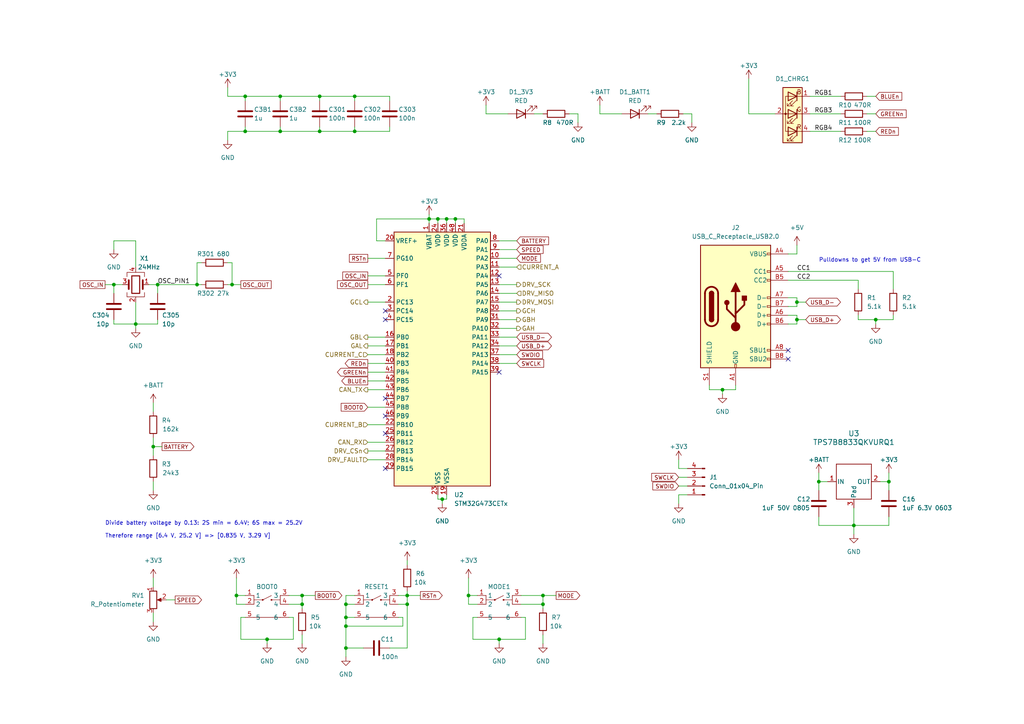
<source format=kicad_sch>
(kicad_sch (version 20230121) (generator eeschema)
  (paper "A4")
  (lib_symbols
    (symbol "Connector:Conn_01x04_Pin" (pin_names (offset 1.016) hide)
      (property "Reference" "J" (at 0 5.08 0))
      (property "Value" "Conn_01x04_Pin" (at 0 -7.62 0))
      (symbol "Conn_01x04_Pin_1_1"
        (polyline (pts (xy 1.27 -5.08) (xy 0.8636 -5.08)) (stroke (width 0.1524)))
        (polyline (pts (xy 1.27 -2.54) (xy 0.8636 -2.54)) (stroke (width 0.1524)))
        (polyline (pts (xy 1.27 0) (xy 0.8636 0)) (stroke (width 0.1524)))
        (polyline (pts (xy 1.27 2.54) (xy 0.8636 2.54)) (stroke (width 0.1524)))
        (rectangle (start 0.8636 -4.953) (end 0 -5.207) (stroke (width 0.1524)) (fill (type outline)))
        (rectangle (start 0.8636 -2.413) (end 0 -2.667) (stroke (width 0.1524)) (fill (type outline)))
        (rectangle (start 0.8636 0.127) (end 0 -0.127) (stroke (width 0.1524)) (fill (type outline)))
        (rectangle (start 0.8636 2.667) (end 0 2.413) (stroke (width 0.1524)) (fill (type outline)))
        (pin passive line (at 5.08 2.54 180) (length 3.81) (name "Pin_1") (number "1"))
        (pin passive line (at 5.08 0 180) (length 3.81) (name "Pin_2") (number "2"))
        (pin passive line (at 5.08 -2.54 180) (length 3.81) (name "Pin_3") (number "3"))
        (pin passive line (at 5.08 -5.08 180) (length 3.81) (name "Pin_4") (number "4"))
      )
    )
    (symbol "Connector:USB_C_Receptacle_USB2.0" (pin_names (offset 1.016))
      (property "Reference" "J" (at -10.16 19.05 0))
      (property "Value" "USB_C_Receptacle_USB2.0" (at 19.05 19.05 0))
      (symbol "USB_C_Receptacle_USB2.0_0_0"
        (rectangle (start -0.254 -17.78) (end 0.254 -16.764))
        (rectangle (start 10.16 -14.986) (end 9.144 -15.494))
        (rectangle (start 10.16 -12.446) (end 9.144 -12.954))
        (rectangle (start 10.16 -4.826) (end 9.144 -5.334))
        (rectangle (start 10.16 -2.286) (end 9.144 -2.794))
        (rectangle (start 10.16 0.254) (end 9.144 -0.254))
        (rectangle (start 10.16 2.794) (end 9.144 2.286))
        (rectangle (start 10.16 7.874) (end 9.144 7.366))
        (rectangle (start 10.16 10.414) (end 9.144 9.906))
        (rectangle (start 10.16 15.494) (end 9.144 14.986))
      )
      (symbol "USB_C_Receptacle_USB2.0_0_1"
        (rectangle (start -10.16 17.78) (end 10.16 -17.78) (stroke (width 0.254)) (fill (type background)))
        (arc (start -8.89 -3.81) (mid -6.985 -5.7067) (end -5.08 -3.81) (stroke (width 0.508)))
        (arc (start -7.62 -3.81) (mid -6.985 -4.4423) (end -6.35 -3.81) (stroke (width 0.254)))
        (arc (start -7.62 -3.81) (mid -6.985 -4.4423) (end -6.35 -3.81) (stroke (width 0.254)) (fill (type outline)))
        (rectangle (start -7.62 -3.81) (end -6.35 3.81) (stroke (width 0.254)) (fill (type outline)))
        (arc (start -6.35 3.81) (mid -6.985 4.4423) (end -7.62 3.81) (stroke (width 0.254)))
        (arc (start -6.35 3.81) (mid -6.985 4.4423) (end -7.62 3.81) (stroke (width 0.254)) (fill (type outline)))
        (arc (start -5.08 3.81) (mid -6.985 5.7067) (end -8.89 3.81) (stroke (width 0.508)))
        (circle (center -2.54 1.143) (radius 0.635) (stroke (width 0.254)) (fill (type outline)))
        (circle (center 0 -5.842) (radius 1.27) (fill (type outline)))
        (polyline (pts (xy -8.89 -3.81) (xy -8.89 3.81)) (stroke (width 0.508)))
        (polyline (pts (xy -5.08 3.81) (xy -5.08 -3.81)) (stroke (width 0.508)))
        (polyline (pts (xy 0 -5.842) (xy 0 4.318)) (stroke (width 0.508)))
        (polyline (pts (xy 0 -3.302) (xy -2.54 -0.762) (xy -2.54 0.508)) (stroke (width 0.508)))
        (polyline (pts (xy 0 -2.032) (xy 2.54 0.508) (xy 2.54 1.778)) (stroke (width 0.508)))
        (polyline (pts (xy -1.27 4.318) (xy 0 6.858) (xy 1.27 4.318) (xy -1.27 4.318)) (stroke (width 0.254)) (fill (type outline)))
        (rectangle (start 1.905 1.778) (end 3.175 3.048) (stroke (width 0.254)) (fill (type outline)))
      )
      (symbol "USB_C_Receptacle_USB2.0_1_1"
        (pin passive line (at 0 -22.86 90) (length 5.08) (name "GND") (number "A1"))
        (pin passive line (at 0 -22.86 90) (length 5.08) hide (name "GND") (number "A12"))
        (pin passive line (at 15.24 15.24 180) (length 5.08) (name "VBUS") (number "A4"))
        (pin bidirectional line (at 15.24 10.16 180) (length 5.08) (name "CC1") (number "A5"))
        (pin bidirectional line (at 15.24 -2.54 180) (length 5.08) (name "D+") (number "A6"))
        (pin bidirectional line (at 15.24 2.54 180) (length 5.08) (name "D-") (number "A7"))
        (pin bidirectional line (at 15.24 -12.7 180) (length 5.08) (name "SBU1") (number "A8"))
        (pin passive line (at 15.24 15.24 180) (length 5.08) hide (name "VBUS") (number "A9"))
        (pin passive line (at 0 -22.86 90) (length 5.08) hide (name "GND") (number "B1"))
        (pin passive line (at 0 -22.86 90) (length 5.08) hide (name "GND") (number "B12"))
        (pin passive line (at 15.24 15.24 180) (length 5.08) hide (name "VBUS") (number "B4"))
        (pin bidirectional line (at 15.24 7.62 180) (length 5.08) (name "CC2") (number "B5"))
        (pin bidirectional line (at 15.24 -5.08 180) (length 5.08) (name "D+") (number "B6"))
        (pin bidirectional line (at 15.24 0 180) (length 5.08) (name "D-") (number "B7"))
        (pin bidirectional line (at 15.24 -15.24 180) (length 5.08) (name "SBU2") (number "B8"))
        (pin passive line (at 15.24 15.24 180) (length 5.08) hide (name "VBUS") (number "B9"))
        (pin passive line (at -7.62 -22.86 90) (length 5.08) (name "SHIELD") (number "S1"))
      )
    )
    (symbol "Device:C" (pin_numbers hide) (pin_names (offset 0.254))
      (property "Reference" "C" (at 0.635 2.54 0))
      (property "Value" "C" (at 0.635 -2.54 0))
      (symbol "C_0_1"
        (polyline (pts (xy -2.032 -0.762) (xy 2.032 -0.762)) (stroke (width 0.508)))
        (polyline (pts (xy -2.032 0.762) (xy 2.032 0.762)) (stroke (width 0.508)))
      )
      (symbol "C_1_1"
        (pin passive line (at 0 3.81 270) (length 2.794) (name "~") (number "1"))
        (pin passive line (at 0 -3.81 90) (length 2.794) (name "~") (number "2"))
      )
    )
    (symbol "Device:Crystal_GND24" (pin_names (offset 1.016) hide)
      (property "Reference" "Y" (at 3.175 5.08 0))
      (property "Value" "Crystal_GND24" (at 3.175 3.175 0))
      (symbol "Crystal_GND24_0_1"
        (rectangle (start -1.143 2.54) (end 1.143 -2.54) (stroke (width 0.3048)))
        (polyline (pts (xy -2.54 0) (xy -2.032 0)))
        (polyline (pts (xy -2.032 -1.27) (xy -2.032 1.27)) (stroke (width 0.508)))
        (polyline (pts (xy 0 -3.81) (xy 0 -3.556)))
        (polyline (pts (xy 0 3.556) (xy 0 3.81)))
        (polyline (pts (xy 2.032 -1.27) (xy 2.032 1.27)) (stroke (width 0.508)))
        (polyline (pts (xy 2.032 0) (xy 2.54 0)))
        (polyline (pts (xy -2.54 -2.286) (xy -2.54 -3.556) (xy 2.54 -3.556) (xy 2.54 -2.286)))
        (polyline (pts (xy -2.54 2.286) (xy -2.54 3.556) (xy 2.54 3.556) (xy 2.54 2.286)))
      )
      (symbol "Crystal_GND24_1_1"
        (pin passive line (at -3.81 0 0) (length 1.27) (name "1") (number "1"))
        (pin passive line (at 0 5.08 270) (length 1.27) (name "2") (number "2"))
        (pin passive line (at 3.81 0 180) (length 1.27) (name "3") (number "3"))
        (pin passive line (at 0 -5.08 90) (length 1.27) (name "4") (number "4"))
      )
    )
    (symbol "Device:LED" (pin_numbers hide) (pin_names (offset 1.016) hide)
      (property "Reference" "D" (at 0 2.54 0))
      (property "Value" "LED" (at 0 -2.54 0))
      (symbol "LED_0_1"
        (polyline (pts (xy -1.27 -1.27) (xy -1.27 1.27)) (stroke (width 0.254)))
        (polyline (pts (xy -1.27 0) (xy 1.27 0)))
        (polyline (pts (xy 1.27 -1.27) (xy 1.27 1.27) (xy -1.27 0) (xy 1.27 -1.27)) (stroke (width 0.254)))
        (polyline (pts (xy -3.048 -0.762) (xy -4.572 -2.286) (xy -3.81 -2.286) (xy -4.572 -2.286) (xy -4.572 -1.524)))
        (polyline (pts (xy -1.778 -0.762) (xy -3.302 -2.286) (xy -2.54 -2.286) (xy -3.302 -2.286) (xy -3.302 -1.524)))
      )
      (symbol "LED_1_1"
        (pin passive line (at -3.81 0 0) (length 2.54) (name "K") (number "1"))
        (pin passive line (at 3.81 0 180) (length 2.54) (name "A") (number "2"))
      )
    )
    (symbol "Device:LED_BAGR" (pin_names (offset 0) hide)
      (property "Reference" "D" (at 0 9.398 0))
      (property "Value" "LED_BAGR" (at 0 -8.89 0))
      (symbol "LED_BAGR_0_0"
        (text "B" (at -1.905 -6.35 0) (effects (font (size 1.27 1.27))))
        (text "G" (at -1.905 -1.27 0) (effects (font (size 1.27 1.27))))
        (text "R" (at -1.905 3.81 0) (effects (font (size 1.27 1.27))))
      )
      (symbol "LED_BAGR_0_1"
        (polyline (pts (xy -1.27 -5.08) (xy -2.54 -5.08)))
        (polyline (pts (xy -1.27 -5.08) (xy 1.27 -5.08)))
        (polyline (pts (xy -1.27 -3.81) (xy -1.27 -6.35)) (stroke (width 0.254)))
        (polyline (pts (xy -1.27 0) (xy -2.54 0)))
        (polyline (pts (xy -1.27 1.27) (xy -1.27 -1.27)) (stroke (width 0.254)))
        (polyline (pts (xy -1.27 5.08) (xy -2.54 5.08)))
        (polyline (pts (xy -1.27 5.08) (xy 1.27 5.08)))
        (polyline (pts (xy -1.27 6.35) (xy -1.27 3.81)) (stroke (width 0.254)))
        (polyline (pts (xy 1.27 0) (xy -1.27 0)))
        (polyline (pts (xy 1.27 0) (xy 2.54 0)))
        (polyline (pts (xy -1.27 1.27) (xy -1.27 -1.27) (xy -1.27 -1.27)))
        (polyline (pts (xy -1.27 6.35) (xy -1.27 3.81) (xy -1.27 3.81)))
        (polyline (pts (xy 1.27 -5.08) (xy 2.032 -5.08) (xy 2.032 5.08) (xy 1.27 5.08)))
        (polyline (pts (xy 1.27 -3.81) (xy 1.27 -6.35) (xy -1.27 -5.08) (xy 1.27 -3.81)) (stroke (width 0.254)))
        (polyline (pts (xy 1.27 1.27) (xy 1.27 -1.27) (xy -1.27 0) (xy 1.27 1.27)) (stroke (width 0.254)))
        (polyline (pts (xy 1.27 6.35) (xy 1.27 3.81) (xy -1.27 5.08) (xy 1.27 6.35)) (stroke (width 0.254)))
        (polyline (pts (xy -1.016 -3.81) (xy 0.508 -2.286) (xy -0.254 -2.286) (xy 0.508 -2.286) (xy 0.508 -3.048)))
        (polyline (pts (xy -1.016 1.27) (xy 0.508 2.794) (xy -0.254 2.794) (xy 0.508 2.794) (xy 0.508 2.032)))
        (polyline (pts (xy -1.016 6.35) (xy 0.508 7.874) (xy -0.254 7.874) (xy 0.508 7.874) (xy 0.508 7.112)))
        (polyline (pts (xy 0 -3.81) (xy 1.524 -2.286) (xy 0.762 -2.286) (xy 1.524 -2.286) (xy 1.524 -3.048)))
        (polyline (pts (xy 0 1.27) (xy 1.524 2.794) (xy 0.762 2.794) (xy 1.524 2.794) (xy 1.524 2.032)))
        (polyline (pts (xy 0 6.35) (xy 1.524 7.874) (xy 0.762 7.874) (xy 1.524 7.874) (xy 1.524 7.112)))
        (rectangle (start 1.27 -1.27) (end 1.27 1.27))
        (rectangle (start 1.27 1.27) (end 1.27 1.27))
        (rectangle (start 1.27 3.81) (end 1.27 6.35))
        (rectangle (start 1.27 6.35) (end 1.27 6.35))
        (circle (center 2.032 0) (radius 0.254) (fill (type outline)))
        (rectangle (start 2.794 8.382) (end -2.794 -7.62) (stroke (width 0.254)) (fill (type background)))
      )
      (symbol "LED_BAGR_1_1"
        (pin passive line (at -5.08 -5.08 0) (length 2.54) (name "BK") (number "1"))
        (pin passive line (at 5.08 0 180) (length 2.54) (name "A") (number "2"))
        (pin passive line (at -5.08 0 0) (length 2.54) (name "GK") (number "3"))
        (pin passive line (at -5.08 5.08 0) (length 2.54) (name "RK") (number "4"))
      )
    )
    (symbol "Device:R" (pin_numbers hide) (pin_names (offset 0))
      (property "Reference" "R" (at 2.032 0 90))
      (property "Value" "R" (at 0 0 90))
      (symbol "R_0_1"
        (rectangle (start -1.016 -2.54) (end 1.016 2.54) (stroke (width 0.254)))
      )
      (symbol "R_1_1"
        (pin passive line (at 0 3.81 270) (length 1.27) (name "~") (number "1"))
        (pin passive line (at 0 -3.81 90) (length 1.27) (name "~") (number "2"))
      )
    )
    (symbol "Device:R_Potentiometer" (pin_names (offset 1.016) hide)
      (property "Reference" "RV" (at -4.445 0 90))
      (property "Value" "R_Potentiometer" (at -2.54 0 90))
      (symbol "R_Potentiometer_0_1"
        (polyline (pts (xy 2.54 0) (xy 1.524 0)))
        (polyline (pts (xy 1.143 0) (xy 2.286 0.508) (xy 2.286 -0.508) (xy 1.143 0)) (fill (type outline)))
        (rectangle (start 1.016 2.54) (end -1.016 -2.54) (stroke (width 0.254)))
      )
      (symbol "R_Potentiometer_1_1"
        (pin passive line (at 0 3.81 270) (length 1.27) (name "1") (number "1"))
        (pin passive line (at 3.81 0 180) (length 1.27) (name "2") (number "2"))
        (pin passive line (at 0 -3.81 90) (length 1.27) (name "3") (number "3"))
      )
    )
    (symbol "MCU_ST_STM32G4:STM32G473CETx"
      (property "Reference" "U" (at -12.7 39.37 0))
      (property "Value" "STM32G473CETx" (at 10.16 39.37 0))
      (symbol "STM32G473CETx_0_1"
        (rectangle (start -12.7 -35.56) (end 15.24 38.1) (stroke (width 0.254)) (fill (type background)))
      )
      (symbol "STM32G473CETx_1_1"
        (pin power_in line (at -2.54 40.64 270) (length 2.54) (name "VBAT") (number "1"))
        (pin bidirectional line (at 17.78 30.48 180) (length 2.54) (name "PA2") (number "10"))
        (pin bidirectional line (at 17.78 27.94 180) (length 2.54) (name "PA3") (number "11"))
        (pin bidirectional line (at 17.78 25.4 180) (length 2.54) (name "PA4") (number "12"))
        (pin bidirectional line (at 17.78 22.86 180) (length 2.54) (name "PA5") (number "13"))
        (pin bidirectional line (at 17.78 20.32 180) (length 2.54) (name "PA6") (number "14"))
        (pin bidirectional line (at 17.78 17.78 180) (length 2.54) (name "PA7") (number "15"))
        (pin bidirectional line (at -15.24 7.62 0) (length 2.54) (name "PB0") (number "16"))
        (pin bidirectional line (at -15.24 5.08 0) (length 2.54) (name "PB1") (number "17"))
        (pin bidirectional line (at -15.24 2.54 0) (length 2.54) (name "PB2") (number "18"))
        (pin power_in line (at 2.54 -38.1 90) (length 2.54) (name "VSSA") (number "19"))
        (pin bidirectional line (at -15.24 17.78 0) (length 2.54) (name "PC13") (number "2"))
        (pin input line (at -15.24 35.56 0) (length 2.54) (name "VREF+") (number "20"))
        (pin power_in line (at 7.62 40.64 270) (length 2.54) (name "VDDA") (number "21"))
        (pin bidirectional line (at -15.24 -17.78 0) (length 2.54) (name "PB10") (number "22"))
        (pin power_in line (at 0 -38.1 90) (length 2.54) (name "VSS") (number "23"))
        (pin power_in line (at 0 40.64 270) (length 2.54) (name "VDD") (number "24"))
        (pin bidirectional line (at -15.24 -20.32 0) (length 2.54) (name "PB11") (number "25"))
        (pin bidirectional line (at -15.24 -22.86 0) (length 2.54) (name "PB12") (number "26"))
        (pin bidirectional line (at -15.24 -25.4 0) (length 2.54) (name "PB13") (number "27"))
        (pin bidirectional line (at -15.24 -27.94 0) (length 2.54) (name "PB14") (number "28"))
        (pin bidirectional line (at -15.24 -30.48 0) (length 2.54) (name "PB15") (number "29"))
        (pin bidirectional line (at -15.24 15.24 0) (length 2.54) (name "PC14") (number "3"))
        (pin bidirectional line (at 17.78 15.24 180) (length 2.54) (name "PA8") (number "30"))
        (pin bidirectional line (at 17.78 12.7 180) (length 2.54) (name "PA9") (number "31"))
        (pin bidirectional line (at 17.78 10.16 180) (length 2.54) (name "PA10") (number "32"))
        (pin bidirectional line (at 17.78 7.62 180) (length 2.54) (name "PA11") (number "33"))
        (pin bidirectional line (at 17.78 5.08 180) (length 2.54) (name "PA12") (number "34"))
        (pin passive line (at 0 -38.1 90) (length 2.54) hide (name "VSS") (number "35"))
        (pin power_in line (at 2.54 40.64 270) (length 2.54) (name "VDD") (number "36"))
        (pin bidirectional line (at 17.78 2.54 180) (length 2.54) (name "PA13") (number "37"))
        (pin bidirectional line (at 17.78 0 180) (length 2.54) (name "PA14") (number "38"))
        (pin bidirectional line (at 17.78 -2.54 180) (length 2.54) (name "PA15") (number "39"))
        (pin bidirectional line (at -15.24 12.7 0) (length 2.54) (name "PC15") (number "4"))
        (pin bidirectional line (at -15.24 0 0) (length 2.54) (name "PB3") (number "40"))
        (pin bidirectional line (at -15.24 -2.54 0) (length 2.54) (name "PB4") (number "41"))
        (pin bidirectional line (at -15.24 -5.08 0) (length 2.54) (name "PB5") (number "42"))
        (pin bidirectional line (at -15.24 -7.62 0) (length 2.54) (name "PB6") (number "43"))
        (pin bidirectional line (at -15.24 -10.16 0) (length 2.54) (name "PB7") (number "44"))
        (pin bidirectional line (at -15.24 -12.7 0) (length 2.54) (name "PB8") (number "45"))
        (pin bidirectional line (at -15.24 -15.24 0) (length 2.54) (name "PB9") (number "46"))
        (pin passive line (at 0 -38.1 90) (length 2.54) hide (name "VSS") (number "47"))
        (pin power_in line (at 5.08 40.64 270) (length 2.54) (name "VDD") (number "48"))
        (pin bidirectional line (at -15.24 25.4 0) (length 2.54) (name "PF0") (number "5"))
        (pin bidirectional line (at -15.24 22.86 0) (length 2.54) (name "PF1") (number "6"))
        (pin bidirectional line (at -15.24 30.48 0) (length 2.54) (name "PG10") (number "7"))
        (pin bidirectional line (at 17.78 35.56 180) (length 2.54) (name "PA0") (number "8"))
        (pin bidirectional line (at 17.78 33.02 180) (length 2.54) (name "PA1") (number "9"))
      )
    )
    (symbol "SWITCH:435151014824"
      (property "Reference" "SW" (at 0 0 0))
      (symbol "435151014824_0_1"
        (circle (center -1.27 -5.08) (radius 0.127) (stroke (width 0.254)))
        (polyline (pts (xy -3.81 -5.08) (xy -1.27 -5.08)) (stroke (width 0.127)))
        (polyline (pts (xy -1.27 -5.08) (xy 1.27 -3.81)) (stroke (width 0.127)))
        (polyline (pts (xy 1.27 -5.08) (xy 3.81 -5.08)) (stroke (width 0.127)))
        (polyline (pts (xy 3.81 -10.16) (xy -3.81 -10.16)))
        (circle (center 1.27 -5.08) (radius 0.127) (stroke (width 0.254)))
      )
      (symbol "435151014824_1_1"
        (polyline (pts (xy -3.81 -3.81) (xy -3.81 -6.35)))
        (polyline (pts (xy 3.81 -6.35) (xy 3.81 -3.81)))
        (pin input line (at -6.35 -3.81 0) (length 2.54) (name "1") (number "1"))
        (pin input line (at -6.35 -6.35 0) (length 2.54) (name "2") (number "2"))
        (pin output line (at 6.35 -3.81 180) (length 2.54) (name "3") (number "3"))
        (pin output line (at 6.35 -6.35 180) (length 2.54) (name "4") (number "4"))
        (pin input line (at -6.35 -10.16 0) (length 2.54) (name "5") (number "5"))
        (pin input line (at 6.35 -10.16 180) (length 2.54) (name "6") (number "6"))
      )
    )
    (symbol "TPS7B8833QKVURQ1:TPS7B8833QKVURQ1" (pin_names (offset 0.254))
      (property "Reference" "U3" (at 0 13.97 0))
      (property "Value" "TPS7B8833QKVURQ1" (at 0 11.43 0))
      (symbol "TPS7B8833QKVURQ1_0_1"
        (polyline (pts (xy -5.08 -5.08) (xy 5.08 -5.08)) (stroke (width 0.2032)))
        (polyline (pts (xy -5.08 5.08) (xy -5.08 -5.08)) (stroke (width 0.2032)))
        (polyline (pts (xy 5.08 -5.08) (xy 5.08 5.08)) (stroke (width 0.2032)))
        (polyline (pts (xy 5.08 5.08) (xy -5.08 5.08)) (stroke (width 0.2032)))
      )
      (symbol "TPS7B8833QKVURQ1_1_1"
        (pin power_in line (at -7.62 0 0) (length 2.54) (name "IN") (number "1"))
        (pin unspecified line (at 7.62 0 180) (length 2.54) (name "OUT") (number "2"))
        (pin unspecified line (at 0 -7.62 90) (length 2.54) (name "Pad") (number "3"))
      )
    )
    (symbol "power:+3V3" (power) (pin_names (offset 0))
      (property "Value" "+3V3" (at 0 3.556 0))
      (symbol "+3V3_0_1"
        (polyline (pts (xy -0.762 1.27) (xy 0 2.54)))
        (polyline (pts (xy 0 0) (xy 0 2.54)))
        (polyline (pts (xy 0 2.54) (xy 0.762 1.27)))
      )
      (symbol "+3V3_1_1"
        (pin power_in line (at 0 0 90) (length 0) hide (name "+3V3") (number "1"))
      )
    )
    (symbol "power:+5V" (power) (pin_names (offset 0))
      (property "Value" "+5V" (at 0 3.556 0))
      (symbol "+5V_0_1"
        (polyline (pts (xy -0.762 1.27) (xy 0 2.54)))
        (polyline (pts (xy 0 0) (xy 0 2.54)))
        (polyline (pts (xy 0 2.54) (xy 0.762 1.27)))
      )
      (symbol "+5V_1_1"
        (pin power_in line (at 0 0 90) (length 0) hide (name "+5V") (number "1"))
      )
    )
    (symbol "power:+BATT" (power) (pin_names (offset 0))
      (property "Value" "+BATT" (at 0 3.556 0))
      (symbol "+BATT_0_1"
        (polyline (pts (xy -0.762 1.27) (xy 0 2.54)))
        (polyline (pts (xy 0 0) (xy 0 2.54)))
        (polyline (pts (xy 0 2.54) (xy 0.762 1.27)))
      )
      (symbol "+BATT_1_1"
        (pin power_in line (at 0 0 90) (length 0) hide (name "+BATT") (number "1"))
      )
    )
    (symbol "power:GND" (power) (pin_names (offset 0))
      (property "Value" "GND" (at 0 -3.81 0))
      (symbol "GND_0_1"
        (polyline (pts (xy 0 0) (xy 0 -1.27) (xy 1.27 -1.27) (xy 0 -2.54) (xy -1.27 -1.27) (xy 0 -1.27)))
      )
      (symbol "GND_1_1"
        (pin power_in line (at 0 0 270) (length 0) hide (name "GND") (number "1"))
      )
    )
  )
  (junction (at 132.08 63.5))
  (junction (at 118.11 175.26))
  (junction (at 144.78 185.42))
  (junction (at 231.14 87.63))
  (junction (at 209.55 113.03))
  (junction (at 257.81 139.7))
  (junction (at 100.33 181.61))
  (junction (at 87.63 172.72))
  (junction (at 118.11 172.72))
  (junction (at 100.33 175.26))
  (junction (at 81.28 27.94))
  (junction (at 71.12 27.94))
  (junction (at 81.28 38.1))
  (junction (at 128.27 144.78))
  (junction (at 157.48 175.26))
  (junction (at 68.58 172.72))
  (junction (at 87.63 175.26))
  (junction (at 102.87 38.1))
  (junction (at 92.71 38.1))
  (junction (at 67.31 82.55))
  (junction (at 129.54 63.5))
  (junction (at 33.02 82.55))
  (junction (at 57.15 82.55))
  (junction (at 100.33 179.07))
  (junction (at 44.45 129.54))
  (junction (at 102.87 27.94))
  (junction (at 157.48 172.72))
  (junction (at 135.89 172.72))
  (junction (at 77.47 185.42))
  (junction (at 124.46 63.5))
  (junction (at 231.14 92.71))
  (junction (at 237.49 139.7))
  (junction (at 92.71 27.94))
  (junction (at 247.65 152.4))
  (junction (at 71.12 38.1))
  (junction (at 100.33 187.96))
  (junction (at 39.37 93.98))
  (junction (at 127 63.5))
  (junction (at 45.72 82.55))
  (junction (at 254 92.71))
  (no_connect (at 111.76 125.73))
  (no_connect (at 111.76 120.65))
  (no_connect (at 144.78 80.01))
  (no_connect (at 228.6 104.14))
  (no_connect (at 111.76 92.71))
  (no_connect (at 111.76 135.89))
  (no_connect (at 144.78 107.95))
  (no_connect (at 111.76 90.17))
  (no_connect (at 228.6 101.6))
  (no_connect (at 111.76 115.57))
  (wire (pts (xy 228.6 78.74) (xy 259.08 78.74)))
  (wire (pts (xy 48.26 173.99) (xy 50.8 173.99)))
  (wire (pts (xy 248.92 92.71) (xy 254 92.71)))
  (wire (pts (xy 44.45 127) (xy 44.45 129.54)))
  (wire (pts (xy 237.49 139.7) (xy 237.49 142.24)))
  (wire (pts (xy 106.68 80.01) (xy 111.76 80.01)))
  (wire (pts (xy 106.68 97.79) (xy 111.76 97.79)))
  (wire (pts (xy 200.66 33.02) (xy 200.66 35.56)))
  (wire (pts (xy 109.22 69.85) (xy 109.22 63.5)))
  (wire (pts (xy 66.04 40.64) (xy 66.04 38.1)))
  (wire (pts (xy 157.48 175.26) (xy 157.48 176.53)))
  (wire (pts (xy 106.68 102.87) (xy 111.76 102.87)))
  (wire (pts (xy 85.09 179.07) (xy 85.09 185.42)))
  (wire (pts (xy 105.41 187.96) (xy 100.33 187.96)))
  (wire (pts (xy 129.54 144.78) (xy 128.27 144.78)))
  (wire (pts (xy 257.81 152.4) (xy 247.65 152.4)))
  (wire (pts (xy 83.82 175.26) (xy 87.63 175.26)))
  (wire (pts (xy 113.03 36.83) (xy 113.03 38.1)))
  (wire (pts (xy 151.13 179.07) (xy 152.4 179.07)))
  (wire (pts (xy 44.45 129.54) (xy 46.99 129.54)))
  (wire (pts (xy 255.27 139.7) (xy 257.81 139.7)))
  (wire (pts (xy 100.33 179.07) (xy 100.33 175.26)))
  (wire (pts (xy 67.31 76.2) (xy 67.31 82.55)))
  (wire (pts (xy 77.47 185.42) (xy 77.47 186.69)))
  (wire (pts (xy 231.14 73.66) (xy 228.6 73.66)))
  (wire (pts (xy 196.85 135.89) (xy 196.85 133.35)))
  (wire (pts (xy 118.11 163.83) (xy 118.11 162.56)))
  (wire (pts (xy 196.85 138.43) (xy 199.39 138.43)))
  (wire (pts (xy 205.74 113.03) (xy 209.55 113.03)))
  (wire (pts (xy 144.78 102.87) (xy 149.86 102.87)))
  (wire (pts (xy 228.6 88.9) (xy 231.14 88.9)))
  (wire (pts (xy 149.86 95.25) (xy 144.78 95.25)))
  (wire (pts (xy 68.58 172.72) (xy 68.58 167.64)))
  (wire (pts (xy 134.62 63.5) (xy 132.08 63.5)))
  (wire (pts (xy 69.85 179.07) (xy 69.85 185.42)))
  (wire (pts (xy 248.92 91.44) (xy 248.92 92.71)))
  (wire (pts (xy 106.68 133.35) (xy 111.76 133.35)))
  (wire (pts (xy 111.76 69.85) (xy 109.22 69.85)))
  (wire (pts (xy 129.54 63.5) (xy 127 63.5)))
  (wire (pts (xy 118.11 175.26) (xy 118.11 187.96)))
  (wire (pts (xy 39.37 87.63) (xy 39.37 93.98)))
  (wire (pts (xy 33.02 72.39) (xy 33.02 69.85)))
  (wire (pts (xy 198.12 33.02) (xy 200.66 33.02)))
  (wire (pts (xy 106.68 118.11) (xy 111.76 118.11)))
  (wire (pts (xy 109.22 63.5) (xy 124.46 63.5)))
  (wire (pts (xy 71.12 179.07) (xy 69.85 179.07)))
  (wire (pts (xy 144.78 185.42) (xy 144.78 186.69)))
  (wire (pts (xy 87.63 175.26) (xy 87.63 176.53)))
  (wire (pts (xy 102.87 27.94) (xy 113.03 27.94)))
  (wire (pts (xy 100.33 172.72) (xy 102.87 172.72)))
  (wire (pts (xy 196.85 143.51) (xy 196.85 146.05)))
  (wire (pts (xy 66.04 38.1) (xy 71.12 38.1)))
  (wire (pts (xy 151.13 172.72) (xy 157.48 172.72)))
  (wire (pts (xy 259.08 78.74) (xy 259.08 83.82)))
  (wire (pts (xy 106.68 128.27) (xy 111.76 128.27)))
  (wire (pts (xy 106.68 107.95) (xy 111.76 107.95)))
  (wire (pts (xy 248.92 83.82) (xy 248.92 81.28)))
  (wire (pts (xy 144.78 82.55) (xy 149.86 82.55)))
  (wire (pts (xy 127 144.78) (xy 127 143.51)))
  (wire (pts (xy 106.68 130.81) (xy 111.76 130.81)))
  (wire (pts (xy 259.08 92.71) (xy 259.08 91.44)))
  (wire (pts (xy 134.62 63.5) (xy 134.62 64.77)))
  (wire (pts (xy 144.78 90.17) (xy 149.86 90.17)))
  (wire (pts (xy 234.95 38.1) (xy 243.84 38.1)))
  (wire (pts (xy 144.78 92.71) (xy 149.86 92.71)))
  (wire (pts (xy 30.48 82.55) (xy 33.02 82.55)))
  (wire (pts (xy 157.48 172.72) (xy 157.48 175.26)))
  (wire (pts (xy 39.37 93.98) (xy 39.37 95.25)))
  (wire (pts (xy 137.16 179.07) (xy 138.43 179.07)))
  (wire (pts (xy 100.33 179.07) (xy 102.87 179.07)))
  (wire (pts (xy 209.55 113.03) (xy 209.55 114.3)))
  (wire (pts (xy 66.04 82.55) (xy 67.31 82.55)))
  (wire (pts (xy 224.79 33.02) (xy 217.17 33.02)))
  (wire (pts (xy 144.78 87.63) (xy 149.86 87.63)))
  (wire (pts (xy 115.57 172.72) (xy 118.11 172.72)))
  (wire (pts (xy 85.09 179.07) (xy 83.82 179.07)))
  (wire (pts (xy 247.65 152.4) (xy 247.65 154.94)))
  (wire (pts (xy 111.76 87.63) (xy 106.68 87.63)))
  (wire (pts (xy 87.63 184.15) (xy 87.63 186.69)))
  (wire (pts (xy 137.16 185.42) (xy 137.16 179.07)))
  (wire (pts (xy 257.81 139.7) (xy 257.81 137.16)))
  (wire (pts (xy 144.78 185.42) (xy 137.16 185.42)))
  (wire (pts (xy 81.28 38.1) (xy 71.12 38.1)))
  (wire (pts (xy 71.12 38.1) (xy 71.12 36.83)))
  (wire (pts (xy 33.02 93.98) (xy 39.37 93.98)))
  (wire (pts (xy 87.63 172.72) (xy 91.44 172.72)))
  (wire (pts (xy 44.45 167.64) (xy 44.45 170.18)))
  (wire (pts (xy 132.08 63.5) (xy 132.08 64.77)))
  (wire (pts (xy 129.54 63.5) (xy 129.54 64.77)))
  (wire (pts (xy 43.18 82.55) (xy 45.72 82.55)))
  (wire (pts (xy 111.76 123.19) (xy 106.68 123.19)))
  (wire (pts (xy 124.46 64.77) (xy 124.46 63.5)))
  (wire (pts (xy 124.46 63.5) (xy 127 63.5)))
  (wire (pts (xy 231.14 86.36) (xy 228.6 86.36)))
  (wire (pts (xy 44.45 129.54) (xy 44.45 132.08)))
  (wire (pts (xy 151.13 175.26) (xy 157.48 175.26)))
  (wire (pts (xy 81.28 36.83) (xy 81.28 38.1)))
  (wire (pts (xy 135.89 172.72) (xy 135.89 175.26)))
  (wire (pts (xy 135.89 172.72) (xy 138.43 172.72)))
  (wire (pts (xy 92.71 36.83) (xy 92.71 38.1)))
  (wire (pts (xy 83.82 172.72) (xy 87.63 172.72)))
  (wire (pts (xy 100.33 175.26) (xy 102.87 175.26)))
  (wire (pts (xy 100.33 181.61) (xy 100.33 187.96)))
  (wire (pts (xy 231.14 92.71) (xy 231.14 93.98)))
  (wire (pts (xy 113.03 27.94) (xy 113.03 29.21)))
  (wire (pts (xy 39.37 69.85) (xy 39.37 77.47)))
  (wire (pts (xy 57.15 82.55) (xy 57.15 76.2)))
  (wire (pts (xy 144.78 105.41) (xy 149.86 105.41)))
  (wire (pts (xy 116.84 179.07) (xy 116.84 181.61)))
  (wire (pts (xy 44.45 177.8) (xy 44.45 180.34)))
  (wire (pts (xy 106.68 105.41) (xy 111.76 105.41)))
  (wire (pts (xy 45.72 92.71) (xy 45.72 93.98)))
  (wire (pts (xy 247.65 152.4) (xy 237.49 152.4)))
  (wire (pts (xy 144.78 77.47) (xy 149.86 77.47)))
  (wire (pts (xy 231.14 92.71) (xy 233.68 92.71)))
  (wire (pts (xy 115.57 175.26) (xy 118.11 175.26)))
  (wire (pts (xy 66.04 76.2) (xy 67.31 76.2)))
  (wire (pts (xy 106.68 110.49) (xy 111.76 110.49)))
  (wire (pts (xy 102.87 38.1) (xy 92.71 38.1)))
  (wire (pts (xy 187.96 33.02) (xy 190.5 33.02)))
  (wire (pts (xy 106.68 74.93) (xy 111.76 74.93)))
  (wire (pts (xy 129.54 143.51) (xy 129.54 144.78)))
  (wire (pts (xy 144.78 100.33) (xy 149.86 100.33)))
  (wire (pts (xy 71.12 27.94) (xy 71.12 29.21)))
  (wire (pts (xy 257.81 139.7) (xy 257.81 142.24)))
  (wire (pts (xy 237.49 139.7) (xy 237.49 137.16)))
  (wire (pts (xy 127 63.5) (xy 127 64.77)))
  (wire (pts (xy 251.46 38.1) (xy 254 38.1)))
  (wire (pts (xy 33.02 69.85) (xy 39.37 69.85)))
  (wire (pts (xy 144.78 72.39) (xy 149.86 72.39)))
  (wire (pts (xy 257.81 149.86) (xy 257.81 152.4)))
  (wire (pts (xy 165.1 33.02) (xy 167.64 33.02)))
  (wire (pts (xy 113.03 38.1) (xy 102.87 38.1)))
  (wire (pts (xy 68.58 175.26) (xy 71.12 175.26)))
  (wire (pts (xy 81.28 27.94) (xy 81.28 29.21)))
  (wire (pts (xy 100.33 179.07) (xy 100.33 181.61)))
  (wire (pts (xy 228.6 93.98) (xy 231.14 93.98)))
  (wire (pts (xy 45.72 82.55) (xy 45.72 85.09)))
  (wire (pts (xy 124.46 62.23) (xy 124.46 63.5)))
  (wire (pts (xy 234.95 33.02) (xy 243.84 33.02)))
  (wire (pts (xy 66.04 25.4) (xy 66.04 27.94)))
  (wire (pts (xy 81.28 27.94) (xy 92.71 27.94)))
  (wire (pts (xy 231.14 87.63) (xy 233.68 87.63)))
  (wire (pts (xy 39.37 93.98) (xy 45.72 93.98)))
  (wire (pts (xy 231.14 71.12) (xy 231.14 73.66)))
  (wire (pts (xy 102.87 27.94) (xy 102.87 29.21)))
  (wire (pts (xy 44.45 116.84) (xy 44.45 119.38)))
  (wire (pts (xy 106.68 82.55) (xy 111.76 82.55)))
  (wire (pts (xy 154.94 33.02) (xy 157.48 33.02)))
  (wire (pts (xy 118.11 171.45) (xy 118.11 172.72)))
  (wire (pts (xy 33.02 82.55) (xy 35.56 82.55)))
  (wire (pts (xy 237.49 149.86) (xy 237.49 152.4)))
  (wire (pts (xy 152.4 185.42) (xy 144.78 185.42)))
  (wire (pts (xy 199.39 143.51) (xy 196.85 143.51)))
  (wire (pts (xy 67.31 82.55) (xy 69.85 82.55)))
  (wire (pts (xy 135.89 167.64) (xy 135.89 172.72)))
  (wire (pts (xy 240.03 139.7) (xy 237.49 139.7)))
  (wire (pts (xy 199.39 135.89) (xy 196.85 135.89)))
  (wire (pts (xy 92.71 38.1) (xy 81.28 38.1)))
  (wire (pts (xy 247.65 147.32) (xy 247.65 152.4)))
  (wire (pts (xy 71.12 27.94) (xy 81.28 27.94)))
  (wire (pts (xy 144.78 69.85) (xy 149.86 69.85)))
  (wire (pts (xy 92.71 27.94) (xy 92.71 29.21)))
  (wire (pts (xy 196.85 140.97) (xy 199.39 140.97)))
  (wire (pts (xy 33.02 82.55) (xy 33.02 85.09)))
  (wire (pts (xy 77.47 185.42) (xy 85.09 185.42)))
  (wire (pts (xy 140.97 33.02) (xy 147.32 33.02)))
  (wire (pts (xy 152.4 179.07) (xy 152.4 185.42)))
  (wire (pts (xy 69.85 185.42) (xy 77.47 185.42)))
  (wire (pts (xy 173.99 33.02) (xy 180.34 33.02)))
  (wire (pts (xy 58.42 82.55) (xy 57.15 82.55)))
  (wire (pts (xy 144.78 74.93) (xy 149.86 74.93)))
  (wire (pts (xy 118.11 172.72) (xy 118.11 175.26)))
  (wire (pts (xy 205.74 111.76) (xy 205.74 113.03)))
  (wire (pts (xy 217.17 33.02) (xy 217.17 22.86)))
  (wire (pts (xy 140.97 30.48) (xy 140.97 33.02)))
  (wire (pts (xy 231.14 91.44) (xy 231.14 92.71)))
  (wire (pts (xy 138.43 175.26) (xy 135.89 175.26)))
  (wire (pts (xy 144.78 97.79) (xy 149.86 97.79)))
  (wire (pts (xy 132.08 63.5) (xy 129.54 63.5)))
  (wire (pts (xy 113.03 187.96) (xy 118.11 187.96)))
  (wire (pts (xy 231.14 88.9) (xy 231.14 87.63)))
  (wire (pts (xy 228.6 81.28) (xy 248.92 81.28)))
  (wire (pts (xy 128.27 144.78) (xy 127 144.78)))
  (wire (pts (xy 115.57 179.07) (xy 116.84 179.07)))
  (wire (pts (xy 251.46 33.02) (xy 254 33.02)))
  (wire (pts (xy 118.11 172.72) (xy 121.92 172.72)))
  (wire (pts (xy 167.64 33.02) (xy 167.64 35.56)))
  (wire (pts (xy 68.58 172.72) (xy 68.58 175.26)))
  (wire (pts (xy 116.84 181.61) (xy 100.33 181.61)))
  (wire (pts (xy 157.48 184.15) (xy 157.48 186.69)))
  (wire (pts (xy 87.63 172.72) (xy 87.63 175.26)))
  (wire (pts (xy 251.46 27.94) (xy 254 27.94)))
  (wire (pts (xy 100.33 172.72) (xy 100.33 175.26)))
  (wire (pts (xy 33.02 92.71) (xy 33.02 93.98)))
  (wire (pts (xy 44.45 139.7) (xy 44.45 142.24)))
  (wire (pts (xy 231.14 87.63) (xy 231.14 86.36)))
  (wire (pts (xy 128.27 144.78) (xy 128.27 146.05)))
  (wire (pts (xy 234.95 27.94) (xy 243.84 27.94)))
  (wire (pts (xy 209.55 113.03) (xy 213.36 113.03)))
  (wire (pts (xy 45.72 82.55) (xy 57.15 82.55)))
  (wire (pts (xy 102.87 36.83) (xy 102.87 38.1)))
  (wire (pts (xy 228.6 91.44) (xy 231.14 91.44)))
  (wire (pts (xy 173.99 30.48) (xy 173.99 33.02)))
  (wire (pts (xy 254 92.71) (xy 259.08 92.71)))
  (wire (pts (xy 92.71 27.94) (xy 102.87 27.94)))
  (wire (pts (xy 68.58 172.72) (xy 71.12 172.72)))
  (wire (pts (xy 157.48 172.72) (xy 161.29 172.72)))
  (wire (pts (xy 144.78 85.09) (xy 149.86 85.09)))
  (wire (pts (xy 57.15 76.2) (xy 58.42 76.2)))
  (wire (pts (xy 100.33 187.96) (xy 100.33 190.5)))
  (wire (pts (xy 106.68 100.33) (xy 111.76 100.33)))
  (wire (pts (xy 106.68 113.03) (xy 111.76 113.03)))
  (wire (pts (xy 66.04 27.94) (xy 71.12 27.94)))
  (wire (pts (xy 213.36 113.03) (xy 213.36 111.76)))
  (wire (pts (xy 254 92.71) (xy 254 93.98)))
  (text "Divide battery voltage by 0.13: 2S min = 6.4V; 6S max = 25.2V\n\nTherefore range [6.4 V, 25.2 V] => [0.835 V, 3.29 V]" (at 30.48 156.21 0) (effects (font (size 1.15 1.15)) (justify left bottom)))
  (text "Pulldowns to get 5V from USB-C" (at 237.49 76.2 0) (effects (font (size 1.15 1.15)) (justify left bottom)))
  (label "RGB3" (at 236.22 33.02 0))
  (label "RGB4" (at 236.22 38.1 0))
  (label "CC1" (at 231.14 78.74 0))
  (label "CC2" (at 231.14 81.28 0))
  (label "RGB1" (at 236.22 27.94 0))
  (label "OSC_PIN1" (at 45.72 82.55 0))
  (global_label "SWCLK" (shape input) (at 149.86 105.41 0) (effects (font (size 1.15 1.15))) (property "Intersheetrefs" "${INTERSHEET_REFS}" (effects hide)))
  (global_label "SWDIO" (shape input) (at 149.86 102.87 0) (effects (font (size 1.15 1.15))) (property "Intersheetrefs" "${INTERSHEET_REFS}" (effects hide)))
  (global_label "BLUEn" (shape input) (at 254 27.94 0) (effects (font (size 1.15 1.15))) (property "Intersheetrefs" "${INTERSHEET_REFS}" (effects hide)))
  (global_label "MODE" (shape input) (at 149.86 74.93 0) (effects (font (size 1.15 1.15))) (property "Intersheetrefs" "${INTERSHEET_REFS}" (effects hide)))
  (global_label "OSC_OUT" (shape passive) (at 106.68 82.55 180) (effects (font (size 1.15 1.15))) (property "Intersheetrefs" "${INTERSHEET_REFS}" (effects hide)))
  (global_label "OSC_IN" (shape passive) (at 106.68 80.01 180) (effects (font (size 1.15 1.15))) (property "Intersheetrefs" "${INTERSHEET_REFS}" (effects hide)))
  (global_label "REDn" (shape output) (at 106.68 105.41 180) (effects (font (size 1.15 1.15))) (property "Intersheetrefs" "${INTERSHEET_REFS}" (effects hide)))
  (global_label "BATTERY" (shape output) (at 46.99 129.54 0) (effects (font (size 1.15 1.15))) (property "Intersheetrefs" "${INTERSHEET_REFS}" (effects hide)))
  (global_label "RSTn" (shape output) (at 121.92 172.72 0) (effects (font (size 1.15 1.15))) (property "Intersheetrefs" "${INTERSHEET_REFS}" (effects hide)))
  (global_label "BATTERY" (shape input) (at 149.86 69.85 0) (effects (font (size 1.15 1.15))) (property "Intersheetrefs" "${INTERSHEET_REFS}" (effects hide)))
  (global_label "SWDIO" (shape input) (at 196.85 140.97 180) (effects (font (size 1.15 1.15))) (property "Intersheetrefs" "${INTERSHEET_REFS}" (effects hide)))
  (global_label "SPEED" (shape input) (at 149.86 72.39 0) (effects (font (size 1.15 1.15))) (property "Intersheetrefs" "${INTERSHEET_REFS}" (effects hide)))
  (global_label "MODE" (shape output) (at 161.29 172.72 0) (effects (font (size 1.15 1.15))) (property "Intersheetrefs" "${INTERSHEET_REFS}" (effects hide)))
  (global_label "USB_D-" (shape bidirectional) (at 149.86 97.79 0) (effects (font (size 1.15 1.15))) (property "Intersheetrefs" "${INTERSHEET_REFS}" (effects hide)))
  (global_label "OSC_OUT" (shape passive) (at 69.85 82.55 0) (effects (font (size 1.15 1.15))) (property "Intersheetrefs" "${INTERSHEET_REFS}" (effects hide)))
  (global_label "GREENn" (shape input) (at 254 33.02 0) (effects (font (size 1.15 1.15))) (property "Intersheetrefs" "${INTERSHEET_REFS}" (effects hide)))
  (global_label "BOOT0" (shape output) (at 91.44 172.72 0) (effects (font (size 1.15 1.15))) (property "Intersheetrefs" "${INTERSHEET_REFS}" (effects hide)))
  (global_label "SWCLK" (shape input) (at 196.85 138.43 180) (effects (font (size 1.15 1.15))) (property "Intersheetrefs" "${INTERSHEET_REFS}" (effects hide)))
  (global_label "BLUEn" (shape output) (at 106.68 110.49 180) (effects (font (size 1.15 1.15))) (property "Intersheetrefs" "${INTERSHEET_REFS}" (effects hide)))
  (global_label "SPEED" (shape output) (at 50.8 173.99 0) (effects (font (size 1.15 1.15))) (property "Intersheetrefs" "${INTERSHEET_REFS}" (effects hide)))
  (global_label "USB_D-" (shape bidirectional) (at 233.68 87.63 0) (effects (font (size 1.15 1.15))) (property "Intersheetrefs" "${INTERSHEET_REFS}" (effects hide)))
  (global_label "USB_D+" (shape bidirectional) (at 233.68 92.71 0) (effects (font (size 1.15 1.15))) (property "Intersheetrefs" "${INTERSHEET_REFS}" (effects hide)))
  (global_label "REDn" (shape input) (at 254 38.1 0) (effects (font (size 1.15 1.15))) (property "Intersheetrefs" "${INTERSHEET_REFS}" (effects hide)))
  (global_label "USB_D+" (shape bidirectional) (at 149.86 100.33 0) (effects (font (size 1.15 1.15))) (property "Intersheetrefs" "${INTERSHEET_REFS}" (effects hide)))
  (global_label "OSC_IN" (shape passive) (at 30.48 82.55 180) (effects (font (size 1.15 1.15))) (property "Intersheetrefs" "${INTERSHEET_REFS}" (effects hide)))
  (global_label "GREENn" (shape output) (at 106.68 107.95 180) (effects (font (size 1.15 1.15))) (property "Intersheetrefs" "${INTERSHEET_REFS}" (effects hide)))
  (global_label "BOOT0" (shape input) (at 106.68 118.11 180) (effects (font (size 1.15 1.15))) (property "Intersheetrefs" "${INTERSHEET_REFS}" (effects hide)))
  (global_label "RSTn" (shape passive) (at 106.68 74.93 180) (effects (font (size 1.15 1.15))) (property "Intersheetrefs" "${INTERSHEET_REFS}" (effects hide)))
  (hierarchical_label "CURRENT_B" (shape input) (at 106.68 123.19 180))
  (hierarchical_label "GBH" (shape output) (at 149.86 92.71 0))
  (hierarchical_label "DRV_CSn" (shape output) (at 106.68 130.81 180))
  (hierarchical_label "GCL" (shape output) (at 106.68 87.63 180))
  (hierarchical_label "GAH" (shape output) (at 149.86 95.25 0))
  (hierarchical_label "DRV_MISO" (shape input) (at 149.86 85.09 0))
  (hierarchical_label "DRV_MOSI" (shape output) (at 149.86 87.63 0))
  (hierarchical_label "CURRENT_C" (shape input) (at 106.68 102.87 180))
  (hierarchical_label "CURRENT_A" (shape input) (at 149.86 77.47 0))
  (hierarchical_label "DRV_FAULT" (shape input) (at 106.68 133.35 180))
  (hierarchical_label "GAL" (shape output) (at 106.68 100.33 180))
  (hierarchical_label "CAN_TX" (shape output) (at 106.68 113.03 180))
  (hierarchical_label "GBL" (shape output) (at 106.68 97.79 180))
  (hierarchical_label "CAN_RX" (shape input) (at 106.68 128.27 180))
  (hierarchical_label "DRV_SCK" (shape output) (at 149.86 82.55 0))
  (hierarchical_label "GCH" (shape output) (at 149.86 90.17 0))
  (symbol (lib_id "power:GND") (at 196.85 146.05 0) (unit 1)
    (property "Reference" "#PWR011" (effects hide))
    (property "Value" "GND" (at 196.85 151.13 0))
    (instances (project "ESC" (path "" (reference "#PWR011") (unit 1)) (path "" (reference "#PWR028") (unit 1))))
  )
  (symbol (lib_id "Device:R") (at 247.65 27.94 90) (unit 1)
    (property "Reference" "R10" (at 245.11 30.48 90))
    (property "Value" "470R" (at 250.19 30.48 90))
    (property "Footprint" "Resistor_SMD:R_0603_1608Metric" (effects hide))
  )
  (symbol (lib_id "power:GND") (at 44.45 142.24 0) (unit 1)
    (property "Reference" "#PWR011" (effects hide))
    (property "Value" "GND" (at 44.45 147.32 0))
    (instances (project "ESC" (path "" (reference "#PWR011") (unit 1)) (path "" (reference "#PWR034") (unit 1))))
  )
  (symbol (lib_id "TPS7B8833QKVURQ1:TPS7B8833QKVURQ1") (at 247.65 139.7 0) (unit 1)
    (property "Reference" "U3" (at 247.65 125.73 0) (effects (font (size 1.524 1.524))))
    (property "Value" "TPS7B8833QKVURQ1" (at 247.65 128.27 0) (effects (font (size 1.524 1.524))))
    (property "Footprint" "TPS7B8833QKVURQ1:KVU0003A-MFG" (effects hide))
    (property "Datasheet" "TPS7B8833QKVURQ1" (effects hide))
  )
  (symbol (lib_id "power:GND") (at 128.27 146.05 0) (unit 1)
    (property "Reference" "#PWR011" (effects hide))
    (property "Value" "GND" (at 128.27 151.13 0))
    (instances (project "ESC" (path "" (reference "#PWR011") (unit 1)) (path "" (reference "#PWR018") (unit 1))))
  )
  (symbol (lib_id "power:GND") (at 247.65 154.94 0) (unit 1)
    (property "Reference" "#PWR011" (effects hide))
    (property "Value" "GND" (at 247.65 160.02 0))
    (instances (project "ESC" (path "" (reference "#PWR011") (unit 1)) (path "" (reference "#PWR053") (unit 1))))
  )
  (symbol (lib_id "Device:C") (at 45.72 88.9 0) (unit 1)
    (property "Reference" "C305" (at 46.99 91.44 0) (effects (justify left)))
    (property "Value" "10p" (at 46.99 93.98 0) (effects (justify left)))
    (property "Footprint" "Capacitor_SMD:C_0603_1608Metric" (effects hide))
  )
  (symbol (lib_id "MCU_ST_STM32G4:STM32G473CETx") (at 127 105.41 0) (unit 1)
    (property "Reference" "U2" (at 131.7341 143.51 0) (effects (justify left)))
    (property "Value" "STM32G473CETx" (at 131.7341 146.05 0) (effects (justify left)))
    (property "Footprint" "Package_QFP:LQFP-48_7x7mm_P0.5mm" (effects hide))
    (property "Datasheet" "https://www.st.com/resource/en/datasheet/stm32g473ce.pdf" (effects hide))
  )
  (symbol (lib_id "power:GND") (at 157.48 186.69 0) (unit 1)
    (property "Reference" "#PWR011" (effects hide))
    (property "Value" "GND" (at 157.48 191.77 0))
    (instances (project "ESC" (path "" (reference "#PWR011") (unit 1)) (path "" (reference "#PWR043") (unit 1))))
  )
  (symbol (lib_id "power:+3V3") (at 44.45 167.64 0) (unit 1)
    (property "Reference" "#PWR032" (effects hide))
    (property "Value" "+3V3" (at 44.45 162.56 0))
  )
  (symbol (lib_id "power:GND") (at 66.04 40.64 0) (unit 1)
    (property "Reference" "#PWR011" (effects hide))
    (property "Value" "GND" (at 66.04 45.72 0))
    (instances (project "ESC" (path "" (reference "#PWR011") (unit 1)) (path "" (reference "#PWR021") (unit 1))))
  )
  (symbol (lib_id "SWITCH:435151014824") (at 109.22 168.91 0) (unit 1)
    (property "Reference" "RESET1" (at 109.22 170.18 0))
    (property "Value" "435151014824" (effects hide))
    (property "Footprint" "SWITCH:Wurth" (effects hide))
    (property "Datasheet" "PTS647SM38SMTR2LFS" (effects hide))
  )
  (symbol (lib_id "Device:R") (at 247.65 38.1 90) (unit 1)
    (property "Reference" "R12" (at 245.11 40.64 90))
    (property "Value" "100R" (at 250.19 40.64 90))
    (property "Footprint" "Resistor_SMD:R_0603_1608Metric" (effects hide))
  )
  (symbol (lib_id "power:+3V3") (at 196.85 133.35 0) (unit 1)
    (property "Reference" "#PWR09" (effects hide))
    (property "Value" "+3V3" (at 196.85 129.54 0))
    (instances (project "ESC" (path "" (reference "#PWR09") (unit 1)) (path "" (reference "#PWR027") (unit 1))))
  )
  (symbol (lib_id "power:GND") (at 39.37 95.25 0) (unit 1)
    (property "Reference" "#PWR011" (effects hide))
    (property "Value" "GND" (at 39.37 100.33 0))
    (instances (project "ESC" (path "" (reference "#PWR011") (unit 1)) (path "" (reference "#PWR022") (unit 1))))
  )
  (symbol (lib_id "Device:LED") (at 151.13 33.02 180) (unit 1)
    (property "Reference" "D1_3V3" (at 151.13 26.67 0))
    (property "Value" "RED" (at 151.13 29.21 0))
    (property "Footprint" "LED_SMD:LED_0603_1608Metric" (effects hide))
  )
  (symbol (lib_id "power:GND") (at 254 93.98 0) (unit 1)
    (property "Reference" "#PWR011" (effects hide))
    (property "Value" "GND" (at 254 99.06 0))
    (instances (project "ESC" (path "" (reference "#PWR011") (unit 1)) (path "" (reference "#PWR030") (unit 1))))
  )
  (symbol (lib_id "power:+BATT") (at 173.99 30.48 0) (unit 1)
    (property "Reference" "#PWR02" (effects hide))
    (property "Value" "+BATT" (at 173.99 26.67 0))
    (instances (project "ESC" (path "" (reference "#PWR02") (unit 1)) (path "" (reference "#PWR048") (unit 1))))
  )
  (symbol (lib_id "Device:C") (at 257.81 146.05 0) (unit 1)
    (property "Reference" "C16" (at 261.62 144.78 0) (effects (justify left)))
    (property "Value" "1uF 6.3V 0603" (at 261.62 147.32 0) (effects (justify left)))
    (property "Footprint" "Capacitor_SMD:C_0603_1608Metric" (effects hide))
  )
  (symbol (lib_id "power:GND") (at 200.66 35.56 0) (unit 1)
    (property "Reference" "#PWR011" (effects hide))
    (property "Value" "GND" (at 200.66 40.64 0))
    (instances (project "ESC" (path "" (reference "#PWR011") (unit 1)) (path "" (reference "#PWR049") (unit 1))))
  )
  (symbol (lib_id "power:GND") (at 87.63 186.69 0) (unit 1)
    (property "Reference" "#PWR011" (effects hide))
    (property "Value" "GND" (at 87.63 191.77 0))
    (instances (project "ESC" (path "" (reference "#PWR011") (unit 1)) (path "" (reference "#PWR039") (unit 1))))
  )
  (symbol (lib_id "Device:R_Potentiometer") (at 44.45 173.99 0) (unit 1)
    (property "Reference" "RV1" (at 41.91 172.72 0) (effects (justify right)))
    (property "Value" "R_Potentiometer" (at 41.91 175.26 0) (effects (justify right)))
    (property "Footprint" "Potentiometer_THT:Potentiometer_Alps_RK09Y11_Single_Horizontal" (effects hide))
  )
  (symbol (lib_id "power:+5V") (at 231.14 71.12 0) (unit 1)
    (property "Reference" "#PWR031" (effects hide))
    (property "Value" "+5V" (at 231.14 66.04 0))
  )
  (symbol (lib_id "Device:R") (at 62.23 76.2 90) (unit 1)
    (property "Reference" "R301" (at 59.69 73.66 90))
    (property "Value" "680" (at 64.77 73.66 90))
    (property "Footprint" "Resistor_SMD:R_0603_1608Metric" (effects hide))
  )
  (symbol (lib_id "Device:R") (at 194.31 33.02 90) (unit 1)
    (property "Reference" "R9" (at 191.77 35.56 90))
    (property "Value" "2.2k" (at 196.85 35.56 90))
    (property "Footprint" "Resistor_SMD:R_0603_1608Metric" (effects hide))
  )
  (symbol (lib_id "Device:R") (at 118.11 167.64 0) (unit 1)
    (property "Reference" "R6" (at 121.92 166.37 0))
    (property "Value" "10k" (at 121.92 168.91 0))
    (property "Footprint" "Resistor_SMD:R_0603_1608Metric" (effects hide))
  )
  (symbol (lib_id "Device:C") (at 33.02 88.9 0) (unit 1)
    (property "Reference" "C304" (at 26.67 91.44 0) (effects (justify left)))
    (property "Value" "10p" (at 27.94 93.98 0) (effects (justify left)))
    (property "Footprint" "Capacitor_SMD:C_0603_1608Metric" (effects hide))
  )
  (symbol (lib_id "power:+3V3") (at 135.89 167.64 0) (unit 1)
    (property "Reference" "#PWR042" (effects hide))
    (property "Value" "+3V3" (at 135.89 162.56 0))
  )
  (symbol (lib_id "Connector:USB_C_Receptacle_USB2.0") (at 213.36 88.9 0) (unit 1)
    (property "Reference" "J2" (at 213.36 66.04 0))
    (property "Value" "USB_C_Receptacle_USB2.0" (at 213.36 68.58 0))
    (property "Footprint" "Connector_USB:USB_C_Receptacle_GCT_USB4105-xx-A_16P_TopMnt_Horizontal" (effects hide))
    (property "Datasheet" "https://www.usb.org/sites/default/files/documents/usb_type-c.zip" (effects hide))
  )
  (symbol (lib_id "power:GND") (at 209.55 114.3 0) (unit 1)
    (property "Reference" "#PWR011" (effects hide))
    (property "Value" "GND" (at 209.55 119.38 0))
    (instances (project "ESC" (path "" (reference "#PWR011") (unit 1)) (path "" (reference "#PWR029") (unit 1))))
  )
  (symbol (lib_id "power:+3V3") (at 140.97 30.48 0) (unit 1)
    (property "Reference" "#PWR09" (effects hide))
    (property "Value" "+3V3" (at 140.97 26.67 0))
    (instances (project "ESC" (path "" (reference "#PWR09") (unit 1)) (path "" (reference "#PWR046") (unit 1))))
  )
  (symbol (lib_id "Device:C") (at 71.12 33.02 0) (unit 1)
    (property "Reference" "C3B1" (at 73.66 31.75 0) (effects (justify left)))
    (property "Value" "1u" (at 73.66 34.29 0) (effects (justify left)))
    (property "Footprint" "Capacitor_SMD:C_0201_0603Metric" (effects hide))
  )
  (symbol (lib_id "Device:C") (at 92.71 33.02 0) (unit 1)
    (property "Reference" "C301" (at 95.25 31.75 0) (effects (justify left)))
    (property "Value" "100n" (at 95.25 34.29 0) (effects (justify left)))
    (property "Footprint" "Capacitor_SMD:C_0201_0603Metric" (effects hide))
  )
  (symbol (lib_id "Device:R") (at 247.65 33.02 90) (unit 1)
    (property "Reference" "R11" (at 245.11 35.56 90))
    (property "Value" "100R" (at 250.19 35.56 90))
    (property "Footprint" "Resistor_SMD:R_0603_1608Metric" (effects hide))
  )
  (symbol (lib_id "power:+3V3") (at 257.81 137.16 0) (unit 1)
    (property "Reference" "#PWR09" (effects hide))
    (property "Value" "+3V3" (at 257.81 133.35 0))
    (instances (project "ESC" (path "" (reference "#PWR09") (unit 1)) (path "" (reference "#PWR052") (unit 1))))
  )
  (symbol (lib_id "Device:R") (at 248.92 87.63 0) (unit 1)
    (property "Reference" "R1" (at 251.46 86.36 0) (effects (justify left)))
    (property "Value" "5.1k" (at 251.46 88.9 0) (effects (justify left)))
    (property "Footprint" "Resistor_SMD:R_0603_1608Metric" (effects hide))
  )
  (symbol (lib_id "power:+3V3") (at 68.58 167.64 0) (unit 1)
    (property "Reference" "#PWR038" (effects hide))
    (property "Value" "+3V3" (at 68.58 162.56 0))
  )
  (symbol (lib_id "Device:R") (at 259.08 87.63 0) (unit 1)
    (property "Reference" "R2" (at 261.62 86.36 0) (effects (justify left)))
    (property "Value" "5.1k" (at 261.62 88.9 0) (effects (justify left)))
    (property "Footprint" "Resistor_SMD:R_0603_1608Metric" (effects hide))
  )
  (symbol (lib_id "SWITCH:435151014824") (at 144.78 168.91 0) (unit 1)
    (property "Reference" "MODE1" (at 144.78 170.18 0))
    (property "Value" "435151014824" (effects hide))
    (property "Footprint" "SWITCH:Wurth" (effects hide))
    (property "Datasheet" "PTS647SM38SMTR2LFS" (effects hide))
  )
  (symbol (lib_id "power:GND") (at 100.33 190.5 0) (unit 1)
    (property "Reference" "#PWR011" (effects hide))
    (property "Value" "GND" (at 100.33 195.58 0))
    (instances (project "ESC" (path "" (reference "#PWR011") (unit 1)) (path "" (reference "#PWR041") (unit 1))))
  )
  (symbol (lib_id "Device:LED_BAGR") (at 229.87 33.02 180) (unit 1)
    (property "Reference" "D1_CHRG1" (at 229.87 22.86 0))
    (property "Value" "LED_BAGR" (effects hide))
    (property "Footprint" "LED_Wurth:150120M173000" (effects hide))
  )
  (symbol (lib_id "power:+BATT") (at 237.49 137.16 0) (unit 1)
    (property "Reference" "#PWR02" (effects hide))
    (property "Value" "+BATT" (at 237.49 133.35 0))
    (instances (project "ESC" (path "" (reference "#PWR02") (unit 1)) (path "" (reference "#PWR051") (unit 1))))
  )
  (symbol (lib_id "Device:C") (at 237.49 146.05 0) (unit 1)
    (property "Reference" "C12" (at 231.14 144.78 0) (effects (justify left)))
    (property "Value" "1uF 50V 0805" (at 220.98 147.32 0) (effects (justify left)))
    (property "Footprint" "Capacitor_SMD:C_0805_2012Metric" (effects hide))
  )
  (symbol (lib_id "Device:C") (at 81.28 33.02 0) (unit 1)
    (property "Reference" "C3B2" (at 83.82 31.75 0) (effects (justify left)))
    (property "Value" "1u" (at 83.82 34.29 0) (effects (justify left)))
    (property "Footprint" "Capacitor_SMD:C_0201_0603Metric" (effects hide))
  )
  (symbol (lib_id "power:+BATT") (at 44.45 116.84 0) (unit 1)
    (property "Reference" "#PWR033" (effects hide))
    (property "Value" "+BATT" (at 44.45 111.76 0))
  )
  (symbol (lib_id "power:GND") (at 77.47 186.69 0) (unit 1)
    (property "Reference" "#PWR011" (effects hide))
    (property "Value" "GND" (at 77.47 191.77 0))
    (instances (project "ESC" (path "" (reference "#PWR011") (unit 1)) (path "" (reference "#PWR044") (unit 1))))
  )
  (symbol (lib_id "power:+3V3") (at 118.11 162.56 0) (unit 1)
    (property "Reference" "#PWR040" (effects hide))
    (property "Value" "+3V3" (at 118.11 157.48 0))
  )
  (symbol (lib_id "Device:C") (at 102.87 33.02 0) (unit 1)
    (property "Reference" "C302" (at 105.41 31.75 0) (effects (justify left)))
    (property "Value" "100n" (at 105.41 34.29 0) (effects (justify left)))
    (property "Footprint" "Capacitor_SMD:C_0201_0603Metric" (effects hide))
  )
  (symbol (lib_id "Device:R") (at 161.29 33.02 90) (unit 1)
    (property "Reference" "R8" (at 158.75 35.56 90))
    (property "Value" "470R" (at 163.83 35.56 90))
    (property "Footprint" "Resistor_SMD:R_0603_1608Metric" (effects hide))
  )
  (symbol (lib_id "power:+3V3") (at 66.04 25.4 0) (unit 1)
    (property "Reference" "#PWR09" (effects hide))
    (property "Value" "+3V3" (at 66.04 21.59 0))
    (instances (project "ESC" (path "" (reference "#PWR09") (unit 1)) (path "" (reference "#PWR020") (unit 1))))
  )
  (symbol (lib_id "Device:C") (at 113.03 33.02 0) (unit 1)
    (property "Reference" "C303" (at 115.57 31.75 0) (effects (justify left)))
    (property "Value" "100n" (at 115.57 34.29 0) (effects (justify left)))
    (property "Footprint" "Capacitor_SMD:C_0201_0603Metric" (effects hide))
  )
  (symbol (lib_id "Connector:Conn_01x04_Pin") (at 204.47 140.97 180) (unit 1)
    (property "Reference" "J1" (at 205.74 138.43 0) (effects (justify right)))
    (property "Value" "Conn_01x04_Pin" (at 205.74 140.97 0) (effects (justify right)))
    (property "Footprint" "Connector_PinHeader_2.54mm:PinHeader_1x04_P2.54mm_Vertical" (effects hide))
  )
  (symbol (lib_id "Device:R") (at 62.23 82.55 90) (unit 1)
    (property "Reference" "R302" (at 59.69 85.09 90))
    (property "Value" "27k" (at 64.77 85.09 90))
    (property "Footprint" "Resistor_SMD:R_0603_1608Metric" (effects hide))
  )
  (symbol (lib_id "power:+3V3") (at 124.46 62.23 0) (unit 1)
    (property "Reference" "#PWR09" (effects hide))
    (property "Value" "+3V3" (at 124.46 58.42 0))
    (instances (project "ESC" (path "" (reference "#PWR09") (unit 1)) (path "" (reference "#PWR019") (unit 1))))
  )
  (symbol (lib_id "power:GND") (at 167.64 35.56 0) (unit 1)
    (property "Reference" "#PWR011" (effects hide))
    (property "Value" "GND" (at 167.64 40.64 0))
    (instances (project "ESC" (path "" (reference "#PWR011") (unit 1)) (path "" (reference "#PWR047") (unit 1))))
  )
  (symbol (lib_id "Device:R") (at 87.63 180.34 180) (unit 1)
    (property "Reference" "R5" (at 91.44 179.07 0))
    (property "Value" "10k" (at 91.44 181.61 0))
    (property "Footprint" "Resistor_SMD:R_0603_1608Metric" (effects hide))
  )
  (symbol (lib_id "power:GND") (at 44.45 180.34 0) (unit 1)
    (property "Reference" "#PWR011" (effects hide))
    (property "Value" "GND" (at 44.45 185.42 0))
    (instances (project "ESC" (path "" (reference "#PWR011") (unit 1)) (path "" (reference "#PWR037") (unit 1))))
  )
  (symbol (lib_id "power:GND") (at 144.78 186.69 0) (unit 1)
    (property "Reference" "#PWR011" (effects hide))
    (property "Value" "GND" (at 144.78 191.77 0))
    (instances (project "ESC" (path "" (reference "#PWR011") (unit 1)) (path "" (reference "#PWR045") (unit 1))))
  )
  (symbol (lib_id "power:GND") (at 33.02 72.39 0) (unit 1)
    (property "Reference" "#PWR011" (effects hide))
    (property "Value" "GND" (at 33.02 77.47 0))
    (instances (project "ESC" (path "" (reference "#PWR011") (unit 1)) (path "" (reference "#PWR023") (unit 1))))
  )
  (symbol (lib_id "Device:C") (at 109.22 187.96 90) (unit 1)
    (property "Reference" "C11" (at 114.3 185.42 90) (effects (justify left)))
    (property "Value" "100n" (at 115.57 190.5 90) (effects (justify left)))
    (property "Footprint" "Capacitor_SMD:C_0603_1608Metric" (effects hide))
  )
  (symbol (lib_id "Device:R") (at 157.48 180.34 180) (unit 1)
    (property "Reference" "R7" (at 161.29 179.07 0))
    (property "Value" "10k" (at 161.29 181.61 0))
    (property "Footprint" "Resistor_SMD:R_0603_1608Metric" (effects hide))
  )
  (symbol (lib_id "Device:R") (at 44.45 123.19 180) (unit 1)
    (property "Reference" "R4" (at 48.26 121.92 0))
    (property "Value" "162k" (at 49.53 124.46 0))
    (property "Footprint" "Resistor_SMD:R_0603_1608Metric" (effects hide))
  )
  (symbol (lib_id "Device:Crystal_GND24") (at 39.37 82.55 180) (unit 1)
    (property "Reference" "X1" (at 41.91 74.93 0))
    (property "Value" "24MHz" (at 43.18 77.47 0))
    (property "Footprint" "Crystal:Crystal_SMD_3225-4Pin_3.2x2.5mm" (effects hide))
  )
  (symbol (lib_id "Device:R") (at 44.45 135.89 180) (unit 1)
    (property "Reference" "R3" (at 48.26 134.62 0))
    (property "Value" "24k3" (at 49.53 137.16 0))
    (property "Footprint" "Resistor_SMD:R_0603_1608Metric" (effects hide))
  )
  (symbol (lib_id "Device:LED") (at 184.15 33.02 180) (unit 1)
    (property "Reference" "D1_BATT1" (at 184.15 26.67 0))
    (property "Value" "RED" (at 184.15 29.21 0))
    (property "Footprint" "LED_SMD:LED_0603_1608Metric" (effects hide))
  )
  (symbol (lib_id "power:+3V3") (at 217.17 22.86 0) (unit 1)
    (property "Reference" "#PWR09" (effects hide))
    (property "Value" "+3V3" (at 217.17 19.05 0))
    (instances (project "ESC" (path "" (reference "#PWR09") (unit 1)) (path "" (reference "#PWR050") (unit 1))))
  )
  (symbol (lib_id "SWITCH:435151014824") (at 77.47 168.91 0) (unit 1)
    (property "Reference" "BOOT0" (at 77.47 170.18 0))
    (property "Value" "435151014824" (effects hide))
    (property "Footprint" "SWITCH:Wurth" (effects hide))
    (property "Datasheet" "PTS647SM38SMTR2LFS" (effects hide))
  )
)
</source>
